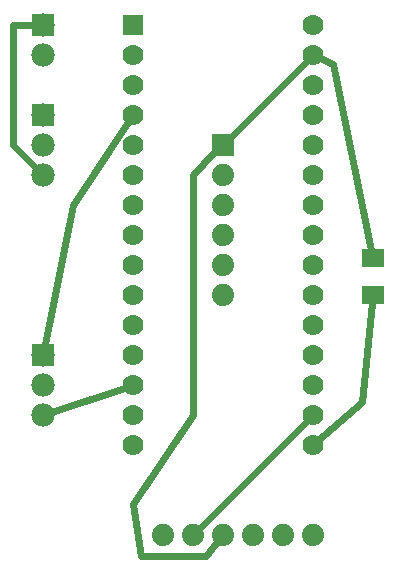
<source format=gtl>
G04 MADE WITH FRITZING*
G04 WWW.FRITZING.ORG*
G04 DOUBLE SIDED*
G04 HOLES PLATED*
G04 CONTOUR ON CENTER OF CONTOUR VECTOR*
%ASAXBY*%
%FSLAX23Y23*%
%MOIN*%
%OFA0B0*%
%SFA1.0B1.0*%
%ADD10C,0.070000*%
%ADD11C,0.074000*%
%ADD12C,0.078000*%
%ADD13R,0.069972X0.070000*%
%ADD14R,0.074000X0.074000*%
%ADD15R,0.078000X0.078000*%
%ADD16R,0.074803X0.062992*%
%ADD17C,0.024000*%
%LNCOPPER1*%
G90*
G70*
G54D10*
X496Y1858D03*
X496Y1758D03*
X496Y1658D03*
X496Y1558D03*
X496Y1458D03*
X496Y1358D03*
X496Y1258D03*
X496Y1158D03*
X496Y1058D03*
X496Y958D03*
X496Y858D03*
X496Y758D03*
X496Y658D03*
X496Y558D03*
X496Y458D03*
X1096Y1858D03*
X1096Y1758D03*
X1096Y1658D03*
X1096Y1558D03*
X1096Y1458D03*
X1096Y1358D03*
X1096Y1258D03*
X1096Y1158D03*
X1096Y1058D03*
X1096Y958D03*
X1096Y858D03*
X1096Y758D03*
X1096Y658D03*
X1096Y558D03*
X1096Y458D03*
G54D11*
X596Y158D03*
X696Y158D03*
X796Y158D03*
X896Y158D03*
X996Y158D03*
X1096Y158D03*
X796Y1458D03*
X796Y1358D03*
X796Y1258D03*
X796Y1158D03*
X796Y1058D03*
X796Y958D03*
G54D12*
X196Y758D03*
X196Y658D03*
X196Y558D03*
X196Y1858D03*
X196Y1758D03*
X196Y1558D03*
X196Y1458D03*
X196Y1358D03*
G54D13*
X496Y1858D03*
G54D14*
X796Y1458D03*
G54D15*
X196Y758D03*
X196Y1858D03*
X196Y1558D03*
G54D16*
X1296Y1080D03*
X1296Y958D03*
G54D17*
X810Y1472D02*
X1083Y1745D01*
D02*
X780Y1446D02*
X762Y1432D01*
D02*
X762Y1432D02*
X697Y1357D01*
D02*
X697Y558D02*
X495Y259D01*
D02*
X495Y259D02*
X522Y88D01*
D02*
X697Y1357D02*
X697Y558D01*
D02*
X522Y88D02*
X738Y88D01*
D02*
X738Y88D02*
X783Y143D01*
D02*
X479Y652D02*
X214Y564D01*
D02*
X296Y1258D02*
X486Y1543D01*
D02*
X200Y777D02*
X296Y1258D01*
D02*
X96Y1458D02*
X96Y1858D01*
D02*
X96Y1858D02*
X177Y1858D01*
D02*
X183Y1371D02*
X96Y1458D01*
D02*
X1110Y470D02*
X1260Y600D01*
X1260Y600D02*
X1294Y932D01*
D02*
X1083Y545D02*
X710Y172D01*
D02*
X1291Y1106D02*
X1164Y1728D01*
X1164Y1728D02*
X1113Y1751D01*
G04 End of Copper1*
M02*
</source>
